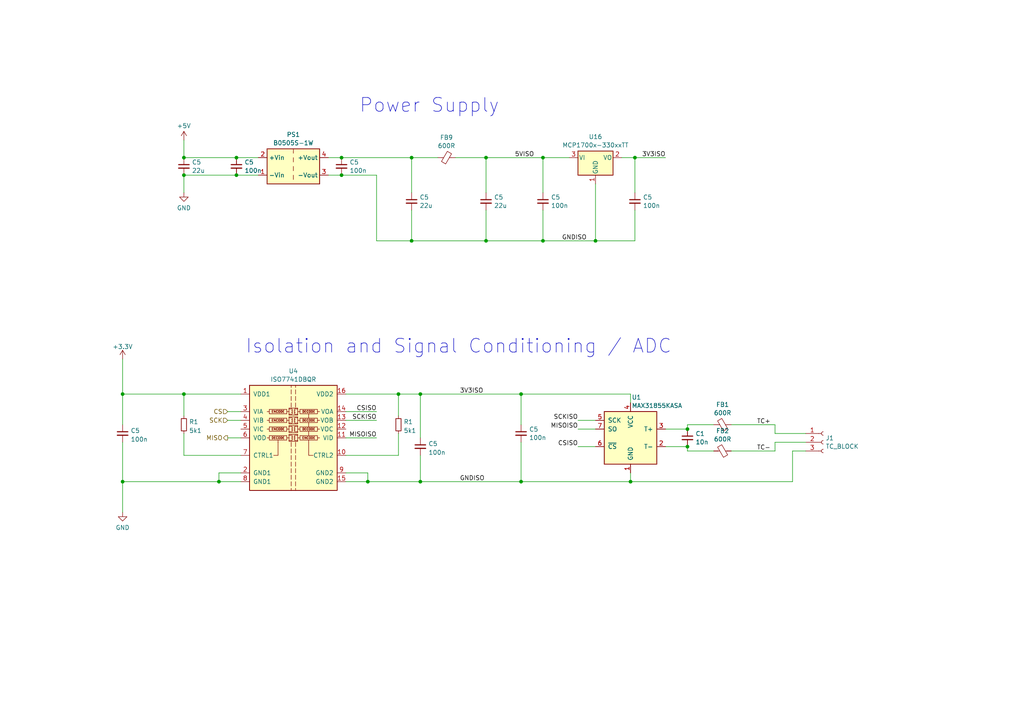
<source format=kicad_sch>
(kicad_sch (version 20230121) (generator eeschema)
  (paper "A4")
  (title_block (title "PTC0402K Temperature Logger") (date "2023-09-13") (rev "1.0") (company "Blueskin Design") (comment 1 "Licensed Creative Commons") (comment 2 "Designed by Michael Turner"))
  (lib_symbols
    (symbol "Connector:Conn_01x03_Female" (pin_names (offset 1.016) hide)
      (property "Reference" "J" (at 0 5.08 0))
      (property "Value" "Conn_01x03_Female" (at 0 -5.08 0))
      (symbol "Conn_01x03_Female_1_1"
        (arc (start 0 -2.032) (mid -0.5058 -2.54) (end 0 -3.048) (stroke (width 0.1524)))
        (polyline (pts (xy -1.27 -2.54) (xy -0.508 -2.54)) (stroke (width 0.1524)))
        (polyline (pts (xy -1.27 0) (xy -0.508 0)) (stroke (width 0.1524)))
        (polyline (pts (xy -1.27 2.54) (xy -0.508 2.54)) (stroke (width 0.1524)))
        (arc (start 0 0.508) (mid -0.5058 0) (end 0 -0.508) (stroke (width 0.1524)))
        (arc (start 0 3.048) (mid -0.5058 2.54) (end 0 2.032) (stroke (width 0.1524)))
        (pin passive line (at -5.08 2.54 0) (length 3.81) (name "Pin_1") (number "1"))
        (pin passive line (at -5.08 0 0) (length 3.81) (name "Pin_2") (number "2"))
        (pin passive line (at -5.08 -2.54 0) (length 3.81) (name "Pin_3") (number "3"))
      )
    )
    (symbol "Converter_DCDC:MEE1S0505SC"
      (property "Reference" "PS" (at -7.62 6.35 0))
      (property "Value" "MEE1S0505SC" (at 1.27 6.35 0))
      (symbol "MEE1S0505SC_0_0"
        (pin power_in line (at -10.16 -2.54 0) (length 2.54) (name "-Vin") (number "1"))
        (pin power_in line (at -10.16 2.54 0) (length 2.54) (name "+Vin") (number "2"))
        (pin power_out line (at 10.16 -2.54 180) (length 2.54) (name "-Vout") (number "3"))
        (pin power_out line (at 10.16 2.54 180) (length 2.54) (name "+Vout") (number "4"))
      )
      (symbol "MEE1S0505SC_0_1"
        (rectangle (start -7.62 5.08) (end 7.62 -5.08) (stroke (width 0.254)) (fill (type background)))
        (polyline (pts (xy 0 -2.54) (xy 0 -3.81)))
        (polyline (pts (xy 0 0) (xy 0 -1.27)))
        (polyline (pts (xy 0 2.54) (xy 0 1.27)))
        (polyline (pts (xy 0 5.08) (xy 0 3.81)))
      )
    )
    (symbol "Device:C_Small" (pin_numbers hide) (pin_names (offset 0.254) hide)
      (property "Reference" "C" (at 0.254 1.778 0))
      (property "Value" "C_Small" (at 0.254 -2.032 0))
      (symbol "C_Small_0_1"
        (polyline (pts (xy -1.524 -0.508) (xy 1.524 -0.508)) (stroke (width 0.3302)))
        (polyline (pts (xy -1.524 0.508) (xy 1.524 0.508)) (stroke (width 0.3048)))
      )
      (symbol "C_Small_1_1"
        (pin passive line (at 0 2.54 270) (length 2.032) (name "~") (number "1"))
        (pin passive line (at 0 -2.54 90) (length 2.032) (name "~") (number "2"))
      )
    )
    (symbol "Device:FerriteBead_Small" (pin_numbers hide) (pin_names (offset 0))
      (property "Reference" "FB" (at 1.905 1.27 0))
      (property "Value" "FerriteBead_Small" (at 1.905 -1.27 0))
      (symbol "FerriteBead_Small_0_1"
        (polyline (pts (xy 0 -1.27) (xy 0 -0.7874)))
        (polyline (pts (xy 0 0.889) (xy 0 1.2954)))
        (polyline (pts (xy -1.8288 0.2794) (xy -1.1176 1.4986) (xy 1.8288 -0.2032) (xy 1.1176 -1.4224) (xy -1.8288 0.2794)))
      )
      (symbol "FerriteBead_Small_1_1"
        (pin passive line (at 0 2.54 270) (length 1.27) (name "~") (number "1"))
        (pin passive line (at 0 -2.54 90) (length 1.27) (name "~") (number "2"))
      )
    )
    (symbol "Device:R_Small" (pin_numbers hide) (pin_names (offset 0.254) hide)
      (property "Reference" "R" (at 0.762 0.508 0))
      (property "Value" "R_Small" (at 0.762 -1.016 0))
      (symbol "R_Small_0_1"
        (rectangle (start -0.762 1.778) (end 0.762 -1.778) (stroke (width 0.2032)))
      )
      (symbol "R_Small_1_1"
        (pin passive line (at 0 2.54 270) (length 0.762) (name "~") (number "1"))
        (pin passive line (at 0 -2.54 90) (length 0.762) (name "~") (number "2"))
      )
    )
    (symbol "Isolator:ADuM1411" (pin_names (offset 1.016))
      (property "Reference" "U" (at 0 19.05 0))
      (property "Value" "ADuM1411" (at 0 16.51 0))
      (symbol "ADuM1411_0_0"
        (rectangle (start -1.905 0.635) (end -6.985 -0.635))
        (rectangle (start -1.27 1.016) (end 1.27 -1.016))
        (rectangle (start -1.27 3.556) (end 1.27 1.524))
        (rectangle (start -1.27 6.096) (end 1.27 4.064))
        (rectangle (start -1.27 8.636) (end 1.27 6.604))
        (arc (start -0.508 -0.762) (mid -0.2551 -0.508) (end -0.508 -0.254))
        (arc (start -0.508 -0.254) (mid -0.2551 0) (end -0.508 0.254))
        (arc (start -0.508 0.254) (mid -0.2551 0.508) (end -0.508 0.762))
        (arc (start -0.508 1.778) (mid -0.2551 2.032) (end -0.508 2.286))
        (arc (start -0.508 2.286) (mid -0.2551 2.54) (end -0.508 2.794))
        (arc (start -0.508 2.794) (mid -0.2551 3.048) (end -0.508 3.302))
        (arc (start -0.508 4.318) (mid -0.2551 4.572) (end -0.508 4.826))
        (arc (start -0.508 4.826) (mid -0.2551 5.08) (end -0.508 5.334))
        (arc (start -0.508 5.334) (mid -0.2551 5.588) (end -0.508 5.842))
        (arc (start -0.508 6.858) (mid -0.2551 7.112) (end -0.508 7.366))
        (arc (start -0.508 7.366) (mid -0.2551 7.62) (end -0.508 7.874))
        (arc (start -0.508 7.874) (mid -0.2551 8.128) (end -0.508 8.382))
        (polyline (pts (xy -6.985 0) (xy -7.62 0)))
        (polyline (pts (xy -6.985 2.54) (xy -7.62 2.54)))
        (polyline (pts (xy -6.985 5.08) (xy -7.62 5.08)))
        (polyline (pts (xy -6.985 7.62) (xy -7.62 7.62)))
        (polyline (pts (xy -4.445 -1.27) (xy -4.445 -0.635)))
        (polyline (pts (xy -1.905 0) (xy -1.27 0)))
        (polyline (pts (xy -1.905 2.54) (xy -1.27 2.54)))
        (polyline (pts (xy -1.905 5.08) (xy -1.27 5.08)))
        (polyline (pts (xy -1.905 7.62) (xy -1.27 7.62)))
        (polyline (pts (xy -1.27 -0.762) (xy -0.508 -0.762)))
        (polyline (pts (xy -1.27 0.762) (xy -0.508 0.762)))
        (polyline (pts (xy -1.27 1.778) (xy -0.508 1.778)))
        (polyline (pts (xy -1.27 3.302) (xy -0.508 3.302)))
        (polyline (pts (xy -1.27 4.318) (xy -0.508 4.318)))
        (polyline (pts (xy -1.27 5.842) (xy -0.508 5.842)))
        (polyline (pts (xy -1.27 6.858) (xy -0.508 6.858)))
        (polyline (pts (xy -1.27 8.382) (xy -0.508 8.382)))
        (polyline (pts (xy -0.635 -10.795) (xy -0.635 -12.065)))
        (polyline (pts (xy -0.635 -8.89) (xy -0.635 -10.16)))
        (polyline (pts (xy -0.635 -6.985) (xy -0.635 -8.255)))
        (polyline (pts (xy -0.635 -5.08) (xy -0.635 -6.35)))
        (polyline (pts (xy -0.635 -3.175) (xy -0.635 -4.445)))
        (polyline (pts (xy -0.635 -1.27) (xy -0.635 -2.54)))
        (polyline (pts (xy -0.635 8.89) (xy -0.635 10.16)))
        (polyline (pts (xy -0.635 10.795) (xy -0.635 12.065)))
        (polyline (pts (xy -0.635 12.7) (xy -0.635 13.97)))
        (polyline (pts (xy -0.635 15.24) (xy -0.635 14.605)))
        (polyline (pts (xy 0.635 -10.795) (xy 0.635 -12.065)))
        (polyline (pts (xy 0.635 -8.89) (xy 0.635 -10.16)))
        (polyline (pts (xy 0.635 -6.985) (xy 0.635 -8.255)))
        (polyline (pts (xy 0.635 -5.08) (xy 0.635 -6.35)))
        (polyline (pts (xy 0.635 -3.175) (xy 0.635 -4.445)))
        (polyline (pts (xy 0.635 -1.27) (xy 0.635 -2.54)))
        (polyline (pts (xy 0.635 8.89) (xy 0.635 10.16)))
        (polyline (pts (xy 0.635 12.065) (xy 0.635 10.795)))
        (polyline (pts (xy 0.635 13.97) (xy 0.635 12.7)))
        (polyline (pts (xy 0.635 14.605) (xy 0.635 15.24)))
        (polyline (pts (xy 1.27 -0.762) (xy 0.508 -0.762)))
        (polyline (pts (xy 1.27 0.762) (xy 0.508 0.762)))
        (polyline (pts (xy 1.27 1.778) (xy 0.508 1.778)))
        (polyline (pts (xy 1.27 3.302) (xy 0.508 3.302)))
        (polyline (pts (xy 1.27 4.318) (xy 0.508 4.318)))
        (polyline (pts (xy 1.27 5.842) (xy 0.508 5.842)))
        (polyline (pts (xy 1.27 6.858) (xy 0.508 6.858)))
        (polyline (pts (xy 1.27 8.382) (xy 0.508 8.382)))
        (polyline (pts (xy 1.905 0) (xy 1.27 0)))
        (polyline (pts (xy 1.905 2.54) (xy 1.27 2.54)))
        (polyline (pts (xy 1.905 5.08) (xy 1.27 5.08)))
        (polyline (pts (xy 1.905 7.62) (xy 1.27 7.62)))
        (polyline (pts (xy 4.445 0.635) (xy 4.445 1.905)))
        (polyline (pts (xy 4.445 3.175) (xy 4.445 4.445)))
        (polyline (pts (xy 4.445 5.715) (xy 4.445 6.985)))
        (polyline (pts (xy 6.985 0) (xy 7.62 0)))
        (polyline (pts (xy 6.985 2.54) (xy 7.62 2.54)))
        (polyline (pts (xy 6.985 5.08) (xy 7.62 5.08)))
        (polyline (pts (xy 6.985 7.62) (xy 7.62 7.62)))
        (polyline (pts (xy -4.445 -1.27) (xy -4.445 -5.08) (xy -5.715 -5.08)))
        (polyline (pts (xy 5.715 -5.08) (xy 4.445 -5.08) (xy 4.445 -0.635)))
        (arc (start 0.508 -0.254) (mid 0.2551 -0.508) (end 0.508 -0.762))
        (arc (start 0.508 0.254) (mid 0.2551 0) (end 0.508 -0.254))
        (arc (start 0.508 0.762) (mid 0.2551 0.508) (end 0.508 0.254))
        (arc (start 0.508 2.286) (mid 0.2551 2.032) (end 0.508 1.778))
        (arc (start 0.508 2.794) (mid 0.2551 2.54) (end 0.508 2.286))
        (arc (start 0.508 3.302) (mid 0.2551 3.048) (end 0.508 2.794))
        (arc (start 0.508 4.826) (mid 0.2551 4.572) (end 0.508 4.318))
        (arc (start 0.508 5.334) (mid 0.2551 5.08) (end 0.508 4.826))
        (arc (start 0.508 5.842) (mid 0.2551 5.588) (end 0.508 5.334))
        (arc (start 0.508 7.366) (mid 0.2551 7.112) (end 0.508 6.858))
        (arc (start 0.508 7.874) (mid 0.2551 7.62) (end 0.508 7.366))
        (arc (start 0.508 8.382) (mid 0.2551 8.128) (end 0.508 7.874))
        (rectangle (start 1.905 0.635) (end 6.985 -0.635))
        (rectangle (start 1.905 3.175) (end 6.985 1.905))
        (rectangle (start 1.905 5.715) (end 6.985 4.445))
        (rectangle (start 1.905 8.255) (end 6.985 6.985))
        (text "DECODE" (at -4.445 0 0) (effects (font (size 0.635 0.635))))
        (text "DECODE" (at 4.445 2.54 0) (effects (font (size 0.635 0.635))))
        (text "DECODE" (at 4.445 5.08 0) (effects (font (size 0.635 0.635))))
        (text "DECODE" (at 4.445 7.62 0) (effects (font (size 0.635 0.635))))
        (text "ENCODE" (at -4.445 2.54 0) (effects (font (size 0.635 0.635))))
        (text "ENCODE" (at -4.445 5.08 0) (effects (font (size 0.635 0.635))))
        (text "ENCODE" (at -4.445 7.62 0) (effects (font (size 0.635 0.635))))
        (text "ENCODE" (at 4.445 0 0) (effects (font (size 0.635 0.635))))
      )
      (symbol "ADuM1411_0_1"
        (rectangle (start -12.7 15.24) (end 12.7 -15.24) (stroke (width 0.254)) (fill (type background)))
        (rectangle (start -1.905 3.175) (end -6.985 1.905))
        (rectangle (start -1.905 5.715) (end -6.985 4.445))
        (rectangle (start -1.905 8.255) (end -6.985 6.985))
        (polyline (pts (xy -0.635 -14.605) (xy -0.635 -15.24)))
        (polyline (pts (xy -0.635 -12.7) (xy -0.635 -13.97)))
        (polyline (pts (xy 0.635 -14.605) (xy 0.635 -15.24)))
        (polyline (pts (xy 0.635 -12.7) (xy 0.635 -13.97)))
      )
      (symbol "ADuM1411_1_1"
        (pin power_in line (at -15.24 12.7 0) (length 2.54) (name "VDD1") (number "1"))
        (pin input line (at 15.24 -5.08 180) (length 2.54) (name "CTRL2") (number "10"))
        (pin input line (at 15.24 0 180) (length 2.54) (name "VID") (number "11"))
        (pin output line (at 15.24 2.54 180) (length 2.54) (name "VOC") (number "12"))
        (pin output line (at 15.24 5.08 180) (length 2.54) (name "VOB") (number "13"))
        (pin output line (at 15.24 7.62 180) (length 2.54) (name "VOA") (number "14"))
        (pin power_in line (at 15.24 -12.7 180) (length 2.54) (name "GND2") (number "15"))
        (pin power_in line (at 15.24 12.7 180) (length 2.54) (name "VDD2") (number "16"))
        (pin power_in line (at -15.24 -10.16 0) (length 2.54) (name "GND1") (number "2"))
        (pin input line (at -15.24 7.62 0) (length 2.54) (name "VIA") (number "3"))
        (pin input line (at -15.24 5.08 0) (length 2.54) (name "VIB") (number "4"))
        (pin input line (at -15.24 2.54 0) (length 2.54) (name "VIC") (number "5"))
        (pin output line (at -15.24 0 0) (length 2.54) (name "VOD") (number "6"))
        (pin input line (at -15.24 -5.08 0) (length 2.54) (name "CTRL1") (number "7"))
        (pin power_in line (at -15.24 -12.7 0) (length 2.54) (name "GND1") (number "8"))
        (pin power_in line (at 15.24 -10.16 180) (length 2.54) (name "GND2") (number "9"))
      )
    )
    (symbol "Regulator_Linear:MCP1700x-330xxTT" (pin_names (offset 0.254))
      (property "Reference" "U" (at -3.81 3.175 0))
      (property "Value" "MCP1700x-330xxTT" (at 0 3.175 0))
      (symbol "MCP1700x-330xxTT_0_1"
        (rectangle (start -5.08 1.905) (end 5.08 -5.08) (stroke (width 0.254)) (fill (type background)))
      )
      (symbol "MCP1700x-330xxTT_1_1"
        (pin power_in line (at 0 -7.62 90) (length 2.54) (name "GND") (number "1"))
        (pin power_out line (at 7.62 0 180) (length 2.54) (name "VO") (number "2"))
        (pin power_in line (at -7.62 0 0) (length 2.54) (name "VI") (number "3"))
      )
    )
    (symbol "Sensor_Temperature:MAX31855KASA" (pin_names (offset 1.016))
      (property "Reference" "U" (at -7.62 8.89 0))
      (property "Value" "MAX31855KASA" (at 1.27 8.89 0))
      (symbol "MAX31855KASA_0_1"
        (rectangle (start -7.62 7.62) (end 7.62 -7.62) (stroke (width 0.254)) (fill (type background)))
      )
      (symbol "MAX31855KASA_1_1"
        (pin power_in line (at 0 -10.16 90) (length 2.54) (name "GND") (number "1"))
        (pin passive line (at -10.16 -2.54 0) (length 2.54) (name "T-") (number "2"))
        (pin passive line (at -10.16 2.54 0) (length 2.54) (name "T+") (number "3"))
        (pin power_in line (at 0 10.16 270) (length 2.54) (name "VCC") (number "4"))
        (pin input line (at 10.16 5.08 180) (length 2.54) (name "SCK") (number "5"))
        (pin input line (at 10.16 -2.54 180) (length 2.54) (name "~{CS}") (number "6"))
        (pin tri_state line (at 10.16 2.54 180) (length 2.54) (name "SO") (number "7"))
      )
    )
    (symbol "power:+3.3V" (power) (pin_names (offset 0))
      (property "Value" "+3.3V" (at 0 3.556 0))
      (symbol "+3.3V_0_1"
        (polyline (pts (xy -0.762 1.27) (xy 0 2.54)))
        (polyline (pts (xy 0 0) (xy 0 2.54)))
        (polyline (pts (xy 0 2.54) (xy 0.762 1.27)))
      )
      (symbol "+3.3V_1_1"
        (pin power_in line (at 0 0 90) (length 0) hide (name "+3.3V") (number "1"))
      )
    )
    (symbol "power:+5V" (power) (pin_names (offset 0))
      (property "Value" "+5V" (at 0 3.556 0))
      (symbol "+5V_0_1"
        (polyline (pts (xy -0.762 1.27) (xy 0 2.54)))
        (polyline (pts (xy 0 0) (xy 0 2.54)))
        (polyline (pts (xy 0 2.54) (xy 0.762 1.27)))
      )
      (symbol "+5V_1_1"
        (pin power_in line (at 0 0 90) (length 0) hide (name "+5V") (number "1"))
      )
    )
    (symbol "power:GND" (power) (pin_names (offset 0))
      (property "Value" "GND" (at 0 -3.81 0))
      (symbol "GND_0_1"
        (polyline (pts (xy 0 0) (xy 0 -1.27) (xy 1.27 -1.27) (xy 0 -2.54) (xy -1.27 -1.27) (xy 0 -1.27)))
      )
      (symbol "GND_1_1"
        (pin power_in line (at 0 0 270) (length 0) hide (name "GND") (number "1"))
      )
    )
  )
  (junction (at 119.38 45.72))
  (junction (at 140.97 45.72))
  (junction (at 182.88 139.7))
  (junction (at 184.15 45.72))
  (junction (at 199.39 124.46))
  (junction (at 119.38 69.85))
  (junction (at 99.06 45.72))
  (junction (at 151.13 114.3))
  (junction (at 53.34 45.72))
  (junction (at 68.58 45.72))
  (junction (at 121.92 139.7))
  (junction (at 53.34 50.8))
  (junction (at 157.48 45.72))
  (junction (at 157.48 69.85))
  (junction (at 68.58 50.8))
  (junction (at 99.06 50.8))
  (junction (at 151.13 139.7))
  (junction (at 53.34 114.3))
  (junction (at 199.39 129.54))
  (junction (at 140.97 69.85))
  (junction (at 106.68 139.7))
  (junction (at 35.56 139.7))
  (junction (at 121.92 114.3))
  (junction (at 35.56 114.3))
  (junction (at 115.57 114.3))
  (junction (at 63.5 139.7))
  (junction (at 172.72 69.85))
  (wire (pts (xy 212.09 130.81) (xy 224.79 130.81)))
  (wire (pts (xy 95.25 45.72) (xy 99.06 45.72)))
  (wire (pts (xy 119.38 45.72) (xy 119.38 55.88)))
  (wire (pts (xy 109.22 69.85) (xy 119.38 69.85)))
  (wire (pts (xy 53.34 55.88) (xy 53.34 50.8)))
  (wire (pts (xy 100.33 137.16) (xy 106.68 137.16)))
  (wire (pts (xy 157.48 69.85) (xy 172.72 69.85)))
  (wire (pts (xy 140.97 45.72) (xy 140.97 55.88)))
  (wire (pts (xy 35.56 104.14) (xy 35.56 114.3)))
  (wire (pts (xy 63.5 139.7) (xy 69.85 139.7)))
  (wire (pts (xy 99.06 50.8) (xy 109.22 50.8)))
  (wire (pts (xy 199.39 124.46) (xy 193.04 124.46)))
  (wire (pts (xy 115.57 114.3) (xy 121.92 114.3)))
  (wire (pts (xy 151.13 114.3) (xy 182.88 114.3)))
  (wire (pts (xy 100.33 119.38) (xy 109.22 119.38)))
  (wire (pts (xy 199.39 129.54) (xy 199.39 130.81)))
  (wire (pts (xy 121.92 114.3) (xy 151.13 114.3)))
  (wire (pts (xy 151.13 139.7) (xy 182.88 139.7)))
  (wire (pts (xy 172.72 69.85) (xy 184.15 69.85)))
  (wire (pts (xy 207.01 123.19) (xy 199.39 123.19)))
  (wire (pts (xy 66.04 119.38) (xy 69.85 119.38)))
  (wire (pts (xy 53.34 50.8) (xy 68.58 50.8)))
  (wire (pts (xy 109.22 50.8) (xy 109.22 69.85)))
  (wire (pts (xy 115.57 125.73) (xy 115.57 132.08)))
  (wire (pts (xy 53.34 40.64) (xy 53.34 45.72)))
  (wire (pts (xy 224.79 123.19) (xy 212.09 123.19)))
  (wire (pts (xy 119.38 60.96) (xy 119.38 69.85)))
  (wire (pts (xy 199.39 130.81) (xy 207.01 130.81)))
  (wire (pts (xy 100.33 121.92) (xy 109.22 121.92)))
  (wire (pts (xy 99.06 45.72) (xy 119.38 45.72)))
  (wire (pts (xy 100.33 127) (xy 109.22 127)))
  (wire (pts (xy 115.57 114.3) (xy 115.57 120.65)))
  (wire (pts (xy 121.92 132.08) (xy 121.92 139.7)))
  (wire (pts (xy 53.34 125.73) (xy 53.34 132.08)))
  (wire (pts (xy 35.56 128.27) (xy 35.56 139.7)))
  (wire (pts (xy 224.79 128.27) (xy 224.79 130.81)))
  (wire (pts (xy 229.87 130.81) (xy 229.87 139.7)))
  (wire (pts (xy 35.56 139.7) (xy 63.5 139.7)))
  (wire (pts (xy 35.56 139.7) (xy 35.56 148.59)))
  (wire (pts (xy 224.79 125.73) (xy 224.79 123.19)))
  (wire (pts (xy 167.64 124.46) (xy 172.72 124.46)))
  (wire (pts (xy 53.34 132.08) (xy 69.85 132.08)))
  (wire (pts (xy 66.04 127) (xy 69.85 127)))
  (wire (pts (xy 229.87 139.7) (xy 182.88 139.7)))
  (wire (pts (xy 66.04 121.92) (xy 69.85 121.92)))
  (wire (pts (xy 184.15 60.96) (xy 184.15 69.85)))
  (wire (pts (xy 233.68 130.81) (xy 229.87 130.81)))
  (wire (pts (xy 151.13 128.27) (xy 151.13 139.7)))
  (wire (pts (xy 53.34 45.72) (xy 68.58 45.72)))
  (wire (pts (xy 132.08 45.72) (xy 140.97 45.72)))
  (wire (pts (xy 157.48 45.72) (xy 157.48 55.88)))
  (wire (pts (xy 119.38 45.72) (xy 127 45.72)))
  (wire (pts (xy 180.34 45.72) (xy 184.15 45.72)))
  (wire (pts (xy 100.33 114.3) (xy 115.57 114.3)))
  (wire (pts (xy 182.88 114.3) (xy 182.88 116.84)))
  (wire (pts (xy 53.34 114.3) (xy 69.85 114.3)))
  (wire (pts (xy 193.04 129.54) (xy 199.39 129.54)))
  (wire (pts (xy 106.68 137.16) (xy 106.68 139.7)))
  (wire (pts (xy 69.85 137.16) (xy 63.5 137.16)))
  (wire (pts (xy 184.15 45.72) (xy 184.15 55.88)))
  (wire (pts (xy 167.64 129.54) (xy 172.72 129.54)))
  (wire (pts (xy 184.15 45.72) (xy 193.04 45.72)))
  (wire (pts (xy 35.56 114.3) (xy 35.56 123.19)))
  (wire (pts (xy 100.33 139.7) (xy 106.68 139.7)))
  (wire (pts (xy 68.58 50.8) (xy 74.93 50.8)))
  (wire (pts (xy 167.64 121.92) (xy 172.72 121.92)))
  (wire (pts (xy 157.48 45.72) (xy 165.1 45.72)))
  (wire (pts (xy 121.92 114.3) (xy 121.92 127)))
  (wire (pts (xy 119.38 69.85) (xy 140.97 69.85)))
  (wire (pts (xy 157.48 60.96) (xy 157.48 69.85)))
  (wire (pts (xy 233.68 125.73) (xy 224.79 125.73)))
  (wire (pts (xy 95.25 50.8) (xy 99.06 50.8)))
  (wire (pts (xy 182.88 137.16) (xy 182.88 139.7)))
  (wire (pts (xy 121.92 139.7) (xy 151.13 139.7)))
  (wire (pts (xy 106.68 139.7) (xy 121.92 139.7)))
  (wire (pts (xy 68.58 45.72) (xy 74.93 45.72)))
  (wire (pts (xy 115.57 132.08) (xy 100.33 132.08)))
  (wire (pts (xy 151.13 114.3) (xy 151.13 123.19)))
  (wire (pts (xy 35.56 114.3) (xy 53.34 114.3)))
  (wire (pts (xy 199.39 123.19) (xy 199.39 124.46)))
  (wire (pts (xy 53.34 114.3) (xy 53.34 120.65)))
  (wire (pts (xy 140.97 69.85) (xy 157.48 69.85)))
  (wire (pts (xy 140.97 60.96) (xy 140.97 69.85)))
  (wire (pts (xy 140.97 45.72) (xy 157.48 45.72)))
  (wire (pts (xy 233.68 128.27) (xy 224.79 128.27)))
  (wire (pts (xy 63.5 137.16) (xy 63.5 139.7)))
  (wire (pts (xy 172.72 53.34) (xy 172.72 69.85)))
  (text "Isolation and Signal Conditioning / ADC" (at 71.12 102.87 0) (effects (font (size 4 4)) (justify left bottom)))
  (text "Power Supply" (at 104.14 33.02 0) (effects (font (size 4 4)) (justify left bottom)))
  (label "5VISO" (at 154.94 45.72 180))
  (label "MISOISO" (at 167.64 124.46 180))
  (label "SCKISO" (at 109.22 121.92 180))
  (label "3V3ISO" (at 133.35 114.3 0))
  (label "CSISO" (at 167.64 129.54 180))
  (label "TC+" (at 223.52 123.19 180))
  (label "GNDISO" (at 133.35 139.7 0))
  (label "TC-" (at 223.52 130.81 180))
  (label "CSISO" (at 109.22 119.38 180))
  (label "MISOISO" (at 109.22 127 180))
  (label "SCKISO" (at 167.64 121.92 180))
  (label "GNDISO" (at 170.18 69.85 180))
  (label "3V3ISO" (at 193.04 45.72 180))
  (hierarchical_label "SCK" (shape input) (at 66.04 121.92 180))
  (hierarchical_label "CS" (shape input) (at 66.04 119.38 180))
  (hierarchical_label "MISO" (shape output) (at 66.04 127 180))
  (symbol (lib_id "Device:C_Small") (at 151.13 125.73 0) (unit 1)
    (property "Reference" "C5" (at 153.4541 124.5242 0) (effects (justify left)))
    (property "Value" "100n" (at 153.4541 126.9484 0) (effects (justify left)))
    (property "Footprint" "Capacitor_SMD:C_0603_1608Metric" (effects hide))
    (property "JLC Part Number" "C14663" (effects hide))
    (instances (project "TemperatureLogger" (path "" (reference "C5") (unit 1)) (path "" (reference "C35") (unit 1)) (path "" (reference "C36") (unit 1)) (path "" (reference "C37") (unit 1)) (path "" (reference "C38") (unit 1))))
  )
  (symbol (lib_id "Device:C_Small") (at 121.92 129.54 0) (unit 1)
    (property "Reference" "C5" (at 124.2441 128.7116 0) (effects (justify left)))
    (property "Value" "100n" (at 124.2441 131.2485 0) (effects (justify left)))
    (property "Footprint" "Capacitor_SMD:C_0603_1608Metric" (effects hide))
    (property "JLC Part Number" "C14663" (effects hide))
    (instances (project "TemperatureLogger" (path "" (reference "C5") (unit 1)) (path "" (reference "C12") (unit 1)) (path "" (reference "C17") (unit 1)) (path "" (reference "C22") (unit 1)) (path "" (reference "C27") (unit 1))))
  )
  (symbol (lib_id "Device:FerriteBead_Small") (at 129.54 45.72 90) (unit 1)
    (property "Reference" "FB9" (at 129.5019 39.8739 90))
    (property "Value" "600R" (at 129.5019 42.2981 90))
    (property "Footprint" "Inductor_SMD:L_0603_1608Metric" (effects hide))
    (property "JLC Part Number" "C1002" (effects hide))
    (instances (project "TemperatureLogger" (path "" (reference "FB9") (unit 1)) (path "" (reference "FB10") (unit 1)) (path "" (reference "FB11") (unit 1)) (path "" (reference "FB12") (unit 1))))
  )
  (symbol (lib_id "power:GND") (at 53.34 55.88 0) (unit 1)
    (property "Reference" "#PWR014" (effects hide))
    (property "Value" "GND" (at 53.34 60.3234 0))
    (instances (project "TemperatureLogger" (path "" (reference "#PWR014") (unit 1)) (path "" (reference "#PWR033") (unit 1)) (path "" (reference "#PWR034") (unit 1)) (path "" (reference "#PWR035") (unit 1)) (path "" (reference "#PWR036") (unit 1))))
  )
  (symbol (lib_id "Device:C_Small") (at 140.97 58.42 0) (unit 1)
    (property "Reference" "C5" (at 143.2941 57.2142 0) (effects (justify left)))
    (property "Value" "22u" (at 143.2941 59.6384 0) (effects (justify left)))
    (property "Footprint" "Capacitor_SMD:C_0603_1608Metric" (effects hide))
    (property "JLC Part Number" "C59461" (effects hide))
    (instances (project "TemperatureLogger" (path "" (reference "C5") (unit 1)) (path "" (reference "C47") (unit 1)) (path "" (reference "C48") (unit 1)) (path "" (reference "C49") (unit 1)) (path "" (reference "C50") (unit 1))))
  )
  (symbol (lib_id "Device:FerriteBead_Small") (at 209.55 130.81 270) (mirror x) (unit 1)
    (property "Reference" "FB2" (at 209.5881 124.9639 90))
    (property "Value" "600R" (at 209.5881 127.3881 90))
    (property "Footprint" "Inductor_SMD:L_0603_1608Metric" (effects hide))
    (property "JLC Part Number" "C1002" (effects hide))
    (instances (project "TemperatureLogger" (path "" (reference "FB2") (unit 1)) (path "" (reference "FB2") (unit 1)) (path "" (reference "FB4") (unit 1)) (path "" (reference "FB6") (unit 1)) (path "" (reference "FB8") (unit 1))))
  )
  (symbol (lib_id "Device:C_Small") (at 157.48 58.42 0) (unit 1)
    (property "Reference" "C5" (at 159.8041 57.2142 0) (effects (justify left)))
    (property "Value" "100n" (at 159.8041 59.6384 0) (effects (justify left)))
    (property "Footprint" "Capacitor_SMD:C_0603_1608Metric" (effects hide))
    (property "JLC Part Number" "C14663" (effects hide))
    (instances (project "TemperatureLogger" (path "" (reference "C5") (unit 1)) (path "" (reference "C39") (unit 1)) (path "" (reference "C40") (unit 1)) (path "" (reference "C41") (unit 1)) (path "" (reference "C42") (unit 1))))
  )
  (symbol (lib_id "Regulator_Linear:MCP1700x-330xxTT") (at 172.72 45.72 0) (unit 1)
    (property "Reference" "U16" (at 172.72 39.6707 0))
    (property "Value" "MCP1700x-330xxTT" (at 172.72 42.0949 0))
    (property "Footprint" "Package_TO_SOT_SMD:SOT-23" (effects hide))
    (property "Datasheet" "http://ww1.microchip.com/downloads/en/DeviceDoc/20001826D.pdf" (effects hide))
    (property "JLC Part Number" "C5446" (effects hide))
    (instances (project "TemperatureLogger" (path "" (reference "U16") (unit 1)) (path "" (reference "U17") (unit 1)) (path "" (reference "U18") (unit 1)) (path "" (reference "U19") (unit 1))))
  )
  (symbol (lib_id "Device:C_Small") (at 53.34 48.26 0) (unit 1)
    (property "Reference" "C5" (at 55.6641 47.0542 0) (effects (justify left)))
    (property "Value" "22u" (at 55.6641 49.4784 0) (effects (justify left)))
    (property "Footprint" "Capacitor_SMD:C_0603_1608Metric" (effects hide))
    (property "JLC Part Number" "C59461" (effects hide))
    (instances (project "TemperatureLogger" (path "" (reference "C5") (unit 1)) (path "" (reference "C51") (unit 1)) (path "" (reference "C52") (unit 1)) (path "" (reference "C53") (unit 1)) (path "" (reference "C54") (unit 1))))
  )
  (symbol (lib_id "Device:C_Small") (at 199.39 127 0) (mirror y) (unit 1)
    (property "Reference" "C1" (at 201.7141 125.7942 0) (effects (justify right)))
    (property "Value" "10n" (at 201.7141 128.2184 0) (effects (justify right)))
    (property "Footprint" "Capacitor_SMD:C_0603_1608Metric" (effects hide))
    (property "JLC Part Number" "C57112" (effects hide))
    (instances (project "TemperatureLogger" (path "" (reference "C1") (unit 1)) (path "" (reference "C15") (unit 1)) (path "" (reference "C20") (unit 1)) (path "" (reference "C25") (unit 1)) (path "" (reference "C30") (unit 1))))
  )
  (symbol (lib_id "Device:R_Small") (at 53.34 123.19 180) (unit 1)
    (property "Reference" "R1" (at 54.8386 122.3553 0) (effects (justify right)))
    (property "Value" "5k1" (at 54.8386 124.8922 0) (effects (justify right)))
    (property "Footprint" "Resistor_SMD:R_0603_1608Metric" (effects hide))
    (property "JLC Part Number" "C3013567" (effects hide))
    (instances (project "TemperatureLogger" (path "" (reference "R1") (unit 1)) (path "" (reference "R12") (unit 1)) (path "" (reference "R13") (unit 1)) (path "" (reference "R14") (unit 1)) (path "" (reference "R15") (unit 1))))
  )
  (symbol (lib_id "Converter_DCDC:MEE1S0505SC") (at 85.09 48.26 0) (unit 1)
    (property "Reference" "PS1" (at 85.09 39.0357 0))
    (property "Value" "B0505S-1W" (at 85.09 41.4599 0))
    (property "Footprint" "Converter_DCDC:Converter_DCDC_Murata_MEE1SxxxxSC_THT" (effects hide))
    (property "Datasheet" "https://power.murata.com/pub/data/power/ncl/kdc_mee1.pdf" (effects hide))
    (property "JLC Part Number" "C2992392" (effects hide))
    (instances (project "TemperatureLogger" (path "" (reference "PS1") (unit 1)) (path "" (reference "PS2") (unit 1)) (path "" (reference "PS3") (unit 1)) (path "" (reference "PS4") (unit 1))))
  )
  (symbol (lib_id "Device:C_Small") (at 184.15 58.42 0) (unit 1)
    (property "Reference" "C5" (at 186.4741 57.2142 0) (effects (justify left)))
    (property "Value" "100n" (at 186.4741 59.6384 0) (effects (justify left)))
    (property "Footprint" "Capacitor_SMD:C_0603_1608Metric" (effects hide))
    (property "JLC Part Number" "C14663" (effects hide))
    (instances (project "TemperatureLogger" (path "" (reference "C5") (unit 1)) (path "" (reference "C19") (unit 1)) (path "" (reference "C29") (unit 1)) (path "" (reference "C32") (unit 1)) (path "" (reference "C34") (unit 1))))
  )
  (symbol (lib_id "Device:FerriteBead_Small") (at 209.55 123.19 270) (mirror x) (unit 1)
    (property "Reference" "FB1" (at 209.5881 117.3439 90))
    (property "Value" "600R" (at 209.5881 119.7681 90))
    (property "Footprint" "Inductor_SMD:L_0603_1608Metric" (effects hide))
    (property "JLC Part Number" "C1002" (effects hide))
    (instances (project "TemperatureLogger" (path "" (reference "FB1") (unit 1)) (path "" (reference "FB1") (unit 1)) (path "" (reference "FB3") (unit 1)) (path "" (reference "FB5") (unit 1)) (path "" (reference "FB7") (unit 1))))
  )
  (symbol (lib_id "power:+5V") (at 53.34 40.64 0) (unit 1)
    (property "Reference" "#PWR014" (effects hide))
    (property "Value" "+5V" (at 53.34 36.5069 0))
    (instances (project "TemperatureLogger" (path "" (reference "#PWR014") (unit 1)) (path "" (reference "#PWR037") (unit 1)) (path "" (reference "#PWR038") (unit 1)) (path "" (reference "#PWR039") (unit 1)) (path "" (reference "#PWR040") (unit 1))))
  )
  (symbol (lib_id "power:+3.3V") (at 35.56 104.14 0) (unit 1)
    (property "Reference" "#PWR013" (effects hide))
    (property "Value" "+3.3V" (at 35.56 100.5642 0))
    (instances (project "TemperatureLogger" (path "" (reference "#PWR013") (unit 1)) (path "" (reference "#PWR025") (unit 1)) (path "" (reference "#PWR027") (unit 1)) (path "" (reference "#PWR029") (unit 1)) (path "" (reference "#PWR031") (unit 1))))
  )
  (symbol (lib_id "Isolator:ADuM1411") (at 85.09 127 0) (unit 1)
    (property "Reference" "U4" (at 85.09 107.6157 0))
    (property "Value" "ISO7741DBQR" (at 85.09 110.0399 0))
    (property "Footprint" "Package_SO:SSOP-16_3.9x4.9mm_P0.635mm" (effects hide))
    (property "JLC Part Number" "C913840" (effects hide))
    (instances (project "TemperatureLogger" (path "" (reference "U4") (unit 1)) (path "" (reference "U5") (unit 1)) (path "" (reference "U7") (unit 1)) (path "" (reference "U8") (unit 1))))
  )
  (symbol (lib_id "Device:C_Small") (at 35.56 125.73 0) (unit 1)
    (property "Reference" "C5" (at 37.8841 124.9016 0) (effects (justify left)))
    (property "Value" "100n" (at 37.8841 127.4385 0) (effects (justify left)))
    (property "Footprint" "Capacitor_SMD:C_0603_1608Metric" (effects hide))
    (property "JLC Part Number" "C14663" (effects hide))
    (instances (project "TemperatureLogger" (path "" (reference "C5") (unit 1)) (path "" (reference "C11") (unit 1)) (path "" (reference "C16") (unit 1)) (path "" (reference "C21") (unit 1)) (path "" (reference "C26") (unit 1))))
  )
  (symbol (lib_id "Device:C_Small") (at 68.58 48.26 0) (unit 1)
    (property "Reference" "C5" (at 70.9041 47.0542 0) (effects (justify left)))
    (property "Value" "100n" (at 70.9041 49.4784 0) (effects (justify left)))
    (property "Footprint" "Capacitor_SMD:C_0603_1608Metric" (effects hide))
    (property "JLC Part Number" "C14663" (effects hide))
    (instances (project "TemperatureLogger" (path "" (reference "C5") (unit 1)) (path "" (reference "C55") (unit 1)) (path "" (reference "C56") (unit 1)) (path "" (reference "C57") (unit 1)) (path "" (reference "C58") (unit 1))))
  )
  (symbol (lib_id "Sensor_Temperature:MAX31855KASA") (at 182.88 127 0) (mirror y) (unit 1)
    (property "Reference" "U1" (at 183.2259 115.2357 0) (effects (justify right)))
    (property "Value" "MAX31855KASA" (at 183.2259 117.6599 0) (effects (justify right)))
    (property "Footprint" "Package_SO:SOIC-8_3.9x4.9mm_P1.27mm" (effects hide))
    (property "Datasheet" "http://datasheets.maximintegrated.com/en/ds/MAX31855.pdf" (effects hide))
    (property "JLC Part Number" "C52028" (effects hide))
    (instances (project "TemperatureLogger" (path "" (reference "U1") (unit 1)) (path "" (reference "U6") (unit 1)) (path "" (reference "U9") (unit 1)) (path "" (reference "U12") (unit 1)) (path "" (reference "U15") (unit 1))))
  )
  (symbol (lib_id "Connector:Conn_01x03_Female") (at 238.76 128.27 0) (unit 1)
    (property "Reference" "J1" (at 239.4712 127.0579 0) (effects (justify left)))
    (property "Value" "TC_BLOCK" (at 239.4712 129.4821 0) (effects (justify left)))
    (property "Footprint" "Footprints:PCC-SMP-V" (effects hide))
    (property "JLC Part Number" "DNP" (effects hide))
    (instances (project "TemperatureLogger" (path "" (reference "J1") (unit 1)) (path "" (reference "J6") (unit 1)) (path "" (reference "J7") (unit 1)) (path "" (reference "J8") (unit 1)) (path "" (reference "J9") (unit 1))))
  )
  (symbol (lib_id "Device:C_Small") (at 119.38 58.42 0) (unit 1)
    (property "Reference" "C5" (at 121.7041 57.2142 0) (effects (justify left)))
    (property "Value" "22u" (at 121.7041 59.6384 0) (effects (justify left)))
    (property "Footprint" "Capacitor_SMD:C_0603_1608Metric" (effects hide))
    (property "JLC Part Number" "C59461" (effects hide))
    (instances (project "TemperatureLogger" (path "" (reference "C5") (unit 1)) (path "" (reference "C43") (unit 1)) (path "" (reference "C44") (unit 1)) (path "" (reference "C45") (unit 1)) (path "" (reference "C46") (unit 1))))
  )
  (symbol (lib_id "power:GND") (at 35.56 148.59 0) (unit 1)
    (property "Reference" "#PWR014" (effects hide))
    (property "Value" "GND" (at 35.56 153.0334 0))
    (instances (project "TemperatureLogger" (path "" (reference "#PWR014") (unit 1)) (path "" (reference "#PWR026") (unit 1)) (path "" (reference "#PWR028") (unit 1)) (path "" (reference "#PWR030") (unit 1)) (path "" (reference "#PWR032") (unit 1))))
  )
  (symbol (lib_id "Device:R_Small") (at 115.57 123.19 180) (unit 1)
    (property "Reference" "R1" (at 117.0686 122.3553 0) (effects (justify right)))
    (property "Value" "5k1" (at 117.0686 124.8922 0) (effects (justify right)))
    (property "Footprint" "Resistor_SMD:R_0603_1608Metric" (effects hide))
    (property "JLC Part Number" "C3013567" (effects hide))
    (instances (project "TemperatureLogger" (path "" (reference "R1") (unit 1)) (path "" (reference "R16") (unit 1)) (path "" (reference "R17") (unit 1)) (path "" (reference "R18") (unit 1)) (path "" (reference "R19") (unit 1))))
  )
  (symbol (lib_id "Device:C_Small") (at 99.06 48.26 0) (unit 1)
    (property "Reference" "C5" (at 101.3841 47.0542 0) (effects (justify left)))
    (property "Value" "100n" (at 101.3841 49.4784 0) (effects (justify left)))
    (property "Footprint" "Capacitor_SMD:C_0603_1608Metric" (effects hide))
    (property "JLC Part Number" "C14663" (effects hide))
    (instances (project "TemperatureLogger" (path "" (reference "C5") (unit 1)) (path "" (reference "C14") (unit 1)) (path "" (reference "C24") (unit 1)) (path "" (reference "C31") (unit 1)) (path "" (reference "C33") (unit 1))))
  )
)
</source>
